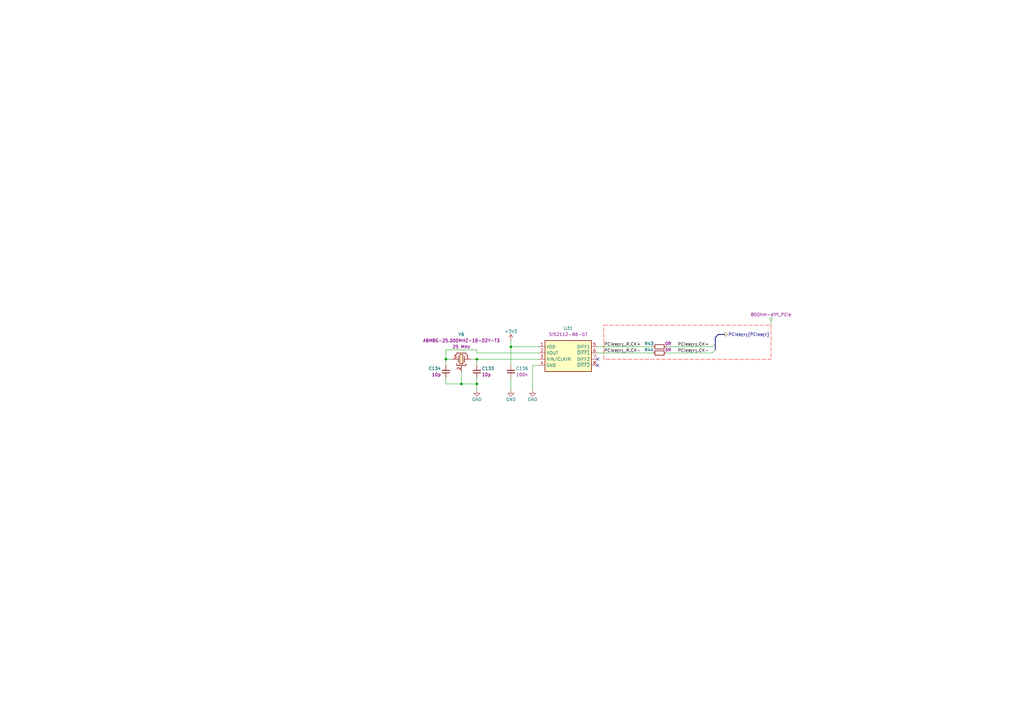
<source format=kicad_sch>
(kicad_sch (version 20250114) (generator "eeschema") (generator_version "9.0")
  (paper "A3")
  (title_block (title "OCuLink to PCIe adapter") (date "2025-06-18") (rev "1.0.0") (company "Antmicro Ltd") (comment 1 "www.antmicro.com"))
  (lib_symbols
    (symbol "antmicroCapacitors0402:C_100n_0402" (pin_numbers (hide yes)) (pin_names (hide yes))
      (property "Reference" "C" (at 20.32 -5.08 0))
      (property "Val" "100n" (at 20.32 -7.62 0))
      (symbol "C_100n_0402_0_1"
        (polyline (pts (xy 2.032 -1.524) (xy 2.032 1.524)) (stroke (width 0.3048)))
        (polyline (pts (xy 3.048 -1.524) (xy 3.048 1.524)) (stroke (width 0.3302)))
      )
      (symbol "C_100n_0402_1_1"
        (pin passive line (at 0 0 0) (length 2.032) (name "~") (number "1"))
        (pin passive line (at 5.08 0 180) (length 2.032) (name "~") (number "2"))
      )
    )
    (symbol "antmicroCapacitors0402:C_10p_25V_0402" (pin_numbers (hide yes)) (pin_names (hide yes))
      (property "Reference" "C" (at 20.32 -5.08 0))
      (property "Val" "10p" (at 20.32 -7.62 0))
      (symbol "C_10p_25V_0402_0_1"
        (polyline (pts (xy 2.032 -1.524) (xy 2.032 1.524)) (stroke (width 0.3048)))
        (polyline (pts (xy 3.048 -1.524) (xy 3.048 1.524)) (stroke (width 0.3302)))
      )
      (symbol "C_10p_25V_0402_1_1"
        (pin passive line (at 0 0 0) (length 2.032) (name "~") (number "1"))
        (pin passive line (at 5.08 0 180) (length 2.032) (name "~") (number "2"))
      )
    )
    (symbol "antmicroClockTimingClockGeneratorsPLLsFrequencySynthesizers:SI52112-B6-GT"
      (property "Reference" "U" (at 38.1 -2.54 0))
      (property "MPN" "SI52112-B6-GT" (at 38.1 -12.7 0))
      (symbol "SI52112-B6-GT_0_1"
        (rectangle (start 2.54 2.54) (end 21.59 -10.16) (stroke (width 0.254)) (fill (type background)))
      )
      (symbol "SI52112-B6-GT_1_1"
        (pin power_in line (at 0 0 0) (length 2.54) (name "VDD") (number "1"))
        (pin output line (at 0 -2.54 0) (length 2.54) (name "XOUT") (number "2"))
        (pin input line (at 0 -5.08 0) (length 2.54) (name "XIN/CLKIN") (number "3"))
        (pin power_in line (at 0 -7.62 0) (length 2.54) (name "GND") (number "4"))
        (pin output line (at 24.13 0 180) (length 2.54) (name "DIFF1") (number "5"))
        (pin output line (at 24.13 -2.54 180) (length 2.54) (name "~{DIFF1}") (number "6"))
        (pin output line (at 24.13 -5.08 180) (length 2.54) (name "DIFF2") (number "7"))
        (pin output line (at 24.13 -7.62 180) (length 2.54) (name "~{DIFF2}") (number "8"))
      )
    )
    (symbol "antmicroResistors0402:R_0R_0402" (pin_numbers (hide yes)) (pin_names (hide yes))
      (property "Reference" "R" (at 20.32 -5.08 0))
      (property "Val" "0R" (at 20.32 -7.62 0))
      (symbol "R_0R_0402_0_1"
        (rectangle (start 0.635 0.889) (end 4.445 -0.889) (stroke (width 0.254)))
      )
      (symbol "R_0R_0402_1_1"
        (pin passive line (at 0 0 0) (length 0.635) (name "~") (number "1"))
        (pin passive line (at 5.08 0 180) (length 0.635) (name "~") (number "2"))
      )
    )
    (symbol "antmicroResonators:Resonator_25MHz_ABM8G" (pin_names (hide yes))
      (property "Reference" "Y" (at 15.24 -5.08 0))
      (property "MPN" "ABM8G-25.000MHZ-18-D2Y-T3" (at 15.24 -7.62 0))
      (property "Val" "25 MHz" (at 15.24 -10.16 0))
      (symbol "Resonator_25MHz_ABM8G_1_1"
        (polyline (pts (xy 1.905 1.905) (xy 1.905 2.54) (xy 5.715 2.54) (xy 5.715 1.905)) (stroke (width 0.254)))
        (polyline (pts (xy 1.905 -1.905) (xy 1.905 -2.54) (xy 5.715 -2.54) (xy 5.715 -1.905)) (stroke (width 0.254)))
        (polyline (pts (xy 2.54 1.27) (xy 2.54 -1.27)) (stroke (width 0.254)) (fill (type background)))
        (rectangle (start 3.175 1.905) (end 4.445 -1.905) (stroke (width 0.254)) (fill (type background)))
        (polyline (pts (xy 5.08 1.27) (xy 5.08 -1.27)) (stroke (width 0.254)) (fill (type background)))
        (pin passive line (at 0 0 0) (length 2.54) (name "~") (number "1"))
        (pin passive line (at 3.81 -5.08 90) (length 2.54) (name "SH") (number "2"))
        (pin passive line (at 3.81 -5.08 90) (length 2.54) (hide yes) (name "SH") (number "4"))
        (pin passive line (at 7.62 0 180) (length 2.54) (name "~") (number "3"))
      )
    )
    (symbol "antmicropower:+12V" (power) (pin_names (offset 0))
      (property "Value" "+12V" (at 0 3.556 0))
      (symbol "+12V_0_1"
        (polyline (pts (xy -0.762 1.27) (xy 0 2.54)))
        (polyline (pts (xy 0 2.54) (xy 0.762 1.27)))
        (polyline (pts (xy 0 0) (xy 0 2.54)))
      )
      (symbol "+12V_1_1"
        (pin power_in line (at 0 0 90) (length 0) (hide yes) (name "+12V") (number "1"))
      )
    )
    (symbol "antmicropower:GND" (power) (pin_numbers (hide yes)) (pin_names (hide yes))
      (property "Value" "GND" (at 8.89 -5.08 0))
      (symbol "GND_1_1"
        (polyline (pts (xy 0 0) (xy 0 -1.27) (xy 1.27 -1.27) (xy 0 -2.54) (xy -1.27 -1.27) (xy 0 -1.27)))
        (pin power_in line (at 0 0 270) (length 0) (name "GND") (number "1"))
      )
    )
  )
  (junction (at 189.23 157.48))
  (junction (at 209.55 142.24))
  (junction (at 195.58 147.32))
  (junction (at 195.58 157.48))
  (junction (at 182.88 147.32))
  (no_connect (at 245.11 147.32))
  (no_connect (at 245.11 149.86))
  (bus_entry (at 292.1 142.24) (size 1.27 -1.27))
  (bus_entry (at 292.1 144.78) (size 1.27 -1.27))
  (wire (pts (xy 209.55 142.24) (xy 209.55 149.86)))
  (wire (pts (xy 182.88 143.51) (xy 182.88 147.32)))
  (wire (pts (xy 195.58 144.78) (xy 220.98 144.78)))
  (wire (pts (xy 189.23 157.48) (xy 195.58 157.48)))
  (wire (pts (xy 195.58 154.94) (xy 195.58 157.48)))
  (wire (pts (xy 185.42 147.32) (xy 182.88 147.32)))
  (wire (pts (xy 195.58 147.32) (xy 220.98 147.32)))
  (wire (pts (xy 209.55 154.94) (xy 209.55 160.02)))
  (wire (pts (xy 182.88 143.51) (xy 195.58 143.51)))
  (wire (pts (xy 218.44 149.86) (xy 218.44 160.02)))
  (wire (pts (xy 182.88 154.94) (xy 182.88 157.48)))
  (wire (pts (xy 209.55 139.7) (xy 209.55 142.24)))
  (wire (pts (xy 273.05 144.78) (xy 292.1 144.78)))
  (bus (pts (xy 293.37 143.51) (xy 293.37 140.97)))
  (wire (pts (xy 195.58 147.32) (xy 195.58 149.86)))
  (bus (pts (xy 293.37 138.43) (xy 294.64 137.16)))
  (wire (pts (xy 189.23 157.48) (xy 182.88 157.48)))
  (wire (pts (xy 193.04 147.32) (xy 195.58 147.32)))
  (wire (pts (xy 273.05 142.24) (xy 292.1 142.24)))
  (wire (pts (xy 195.58 143.51) (xy 195.58 144.78)))
  (wire (pts (xy 245.11 142.24) (xy 267.97 142.24)))
  (wire (pts (xy 218.44 149.86) (xy 220.98 149.86)))
  (wire (pts (xy 182.88 147.32) (xy 182.88 149.86)))
  (wire (pts (xy 209.55 142.24) (xy 220.98 142.24)))
  (wire (pts (xy 245.11 144.78) (xy 267.97 144.78)))
  (wire (pts (xy 195.58 157.48) (xy 195.58 160.02)))
  (wire (pts (xy 189.23 152.4) (xy 189.23 157.48)))
  (bus (pts (xy 293.37 140.97) (xy 293.37 138.43)))
  (bus (pts (xy 294.64 137.16) (xy 297.18 137.16)))
  (label "PCIe_{REF1}.CK-" (at 290.83 144.78 180))
  (label "PCIe_{REF1}.CK+" (at 290.83 142.24 180))
  (label "PCIe_{REF1}_R.CK+" (at 262.89 142.24 180))
  (label "PCIe_{REF1}_R.CK-" (at 262.89 144.78 180))
  (hierarchical_label "PCIe_{REF1}{PCIe_{REF}}" (shape output) (at 297.18 137.16 0))
  (rule_area (polyline (pts (xy 247.65 133.35) (xy 316.23 133.35) (xy 316.23 147.32) (xy 247.65 147.32)) (stroke (width 0) (type dash))))
  (netclass_flag "" (length 2.54) (shape round) (at 316.23 133.35 0) (property "Netclass" "85Ohm-diff_PCIe" (at 316.23 129.032 0)))
  (symbol (lib_id "antmicroCapacitors0402:C_10p_25V_0402") (at 195.58 154.94 90) (unit 1)
    (property "Reference" "C133" (at 197.612 151.13 90) (effects (justify right)))
    (property "Value" "C_10p_25V_0402" (effects (hide yes)))
    (property "Footprint" "antmicro-footprints:C_0402_1005Metric" (effects (hide yes)))
    (property "Datasheet" "https://spicat.kyocera-avx.com/product/mlcc/chartview/04023A100FAT2A/" (effects (hide yes)))
    (property "Description" "Multilayer Ceramic Capacitors MLCC - SMD/SMT 25V 10pF C0G 0402 1%" (effects (hide yes)))
    (property "MPN" "04023A100FAT2A" (effects (hide yes)))
    (property "Manufacturer" "KYOCERA AVX" (effects (hide yes)))
    (property "License" "Apache-2.0" (effects (hide yes)))
    (property "Author" "Antmicro" (effects (hide yes)))
    (property "Val" "10p" (at 197.612 153.67 90) (effects (justify right)))
    (property "Voltage" "25V" (effects (hide yes)))
    (property "Dielectric" "C0G" (effects (hide yes)))
  )
  (symbol (lib_id "antmicroResistors0402:R_0R_0402") (at 267.97 144.78 0) (unit 1)
    (property "Reference" "R44" (at 266.192 143.51 0))
    (property "Value" "R_0R_0402" (effects (hide yes)))
    (property "Footprint" "antmicro-footprints:R_0402_1005Metric" (effects (hide yes)))
    (property "Datasheet" "https://industrial.panasonic.com/cdbs/www-data/pdf/RDA0000/AOA0000C301.pdf" (effects (hide yes)))
    (property "Description" "SMD Chip Resistor, Jumper, 0 ohm, 100 mW, 0402 [1005 Metric], Thick Film, General Purpose" (effects (hide yes)))
    (property "MPN" "ERJ2GE0R00X" (effects (hide yes)))
    (property "Manufacturer" "Panasonic" (effects (hide yes)))
    (property "License" "Apache-2.0" (effects (hide yes)))
    (property "Author" "Antmicro" (effects (hide yes)))
    (property "Val" "0R" (at 274.066 143.51 0))
    (property "Current" "1A" (effects (hide yes)))
  )
  (symbol (lib_id "antmicropower:+12V") (at 209.55 139.7 0) (unit 1)
    (property "Reference" "#PWR0348" (effects (hide yes)))
    (property "Value" "+3V3" (at 209.55 135.89 0))
  )
  (symbol (lib_id "antmicroResonators:Resonator_25MHz_ABM8G") (at 193.04 147.32 0) (mirror y) (unit 1)
    (property "Reference" "Y6" (at 189.23 137.16 0))
    (property "Value" "Resonator_25MHz_ABM8G" (effects (hide yes)))
    (property "Footprint" "antmicro-footprints:Resonator_SMD_Abracon_ABM8G_3.2x2.5mm" (effects (hide yes)))
    (property "Datasheet" "https://abracon.com/Resonators/ABM8G.pdf" (effects (hide yes)))
    (property "Description" "Crystal, 25 MHz, SMD, 3.2mm x 2.5mm, 30 ppm, 18 pF, 20 ppm, ABM8G" (effects (hide yes)))
    (property "MPN" "ABM8G-25.000MHZ-18-D2Y-T3" (at 189.23 139.7 0))
    (property "Manufacturer" "Abracon" (effects (hide yes)))
    (property "Author" "Antmicro" (effects (hide yes)))
    (property "License" "Apache-2.0" (effects (hide yes)))
    (property "Val" "25 MHz" (at 189.23 142.24 0))
  )
  (symbol (lib_id "antmicropower:GND") (at 209.55 160.02 0) (unit 1)
    (property "Reference" "#PWR0359" (effects (hide yes)))
    (property "Value" "GND" (at 209.55 163.83 0))
    (property "Author" "Antmicro" (effects (hide yes)))
    (property "License" "Apache-2.0" (effects (hide yes)))
  )
  (symbol (lib_id "antmicroCapacitors0402:C_100n_0402") (at 209.55 154.94 90) (unit 1)
    (property "Reference" "C136" (at 211.582 151.13 90) (effects (justify right)))
    (property "Value" "C_100n_0402" (effects (hide yes)))
    (property "Footprint" "antmicro-footprints:C_0402_1005Metric" (effects (hide yes)))
    (property "Datasheet" "https://www.murata.com/products/productdetail?partno=GRM155R61H104KE14%23" (effects (hide yes)))
    (property "Description" "SMD Multilayer Ceramic Capacitor, 0.1 µF, 50 V, 0402 [1005 Metric], ± 10%, X5R, GRM Series" (effects (hide yes)))
    (property "MPN" "GRM155R61H104KE14D" (effects (hide yes)))
    (property "Manufacturer" "Murata" (effects (hide yes)))
    (property "License" "Apache-2.0" (effects (hide yes)))
    (property "Author" "Antmicro" (effects (hide yes)))
    (property "Val" "100n" (at 211.582 153.67 90) (effects (justify right)))
    (property "Voltage" "50V" (effects (hide yes)))
    (property "Dielectric" "X5R" (effects (hide yes)))
  )
  (symbol (lib_id "antmicroResistors0402:R_0R_0402") (at 267.97 142.24 0) (unit 1)
    (property "Reference" "R43" (at 266.192 140.97 0))
    (property "Value" "R_0R_0402" (effects (hide yes)))
    (property "Footprint" "antmicro-footprints:R_0402_1005Metric" (effects (hide yes)))
    (property "Datasheet" "https://industrial.panasonic.com/cdbs/www-data/pdf/RDA0000/AOA0000C301.pdf" (effects (hide yes)))
    (property "Description" "SMD Chip Resistor, Jumper, 0 ohm, 100 mW, 0402 [1005 Metric], Thick Film, General Purpose" (effects (hide yes)))
    (property "MPN" "ERJ2GE0R00X" (effects (hide yes)))
    (property "Manufacturer" "Panasonic" (effects (hide yes)))
    (property "License" "Apache-2.0" (effects (hide yes)))
    (property "Author" "Antmicro" (effects (hide yes)))
    (property "Val" "0R" (at 274.066 140.97 0))
    (property "Current" "1A" (effects (hide yes)))
  )
  (symbol (lib_id "antmicropower:GND") (at 218.44 160.02 0) (unit 1)
    (property "Reference" "#PWR0360" (effects (hide yes)))
    (property "Value" "GND" (at 218.44 163.83 0))
    (property "Author" "Antmicro" (effects (hide yes)))
    (property "License" "Apache-2.0" (effects (hide yes)))
  )
  (symbol (lib_id "antmicroCapacitors0402:C_10p_25V_0402") (at 182.88 154.94 270) (mirror x) (unit 1)
    (property "Reference" "C134" (at 180.848 151.13 90) (effects (justify right)))
    (property "Value" "C_10p_25V_0402" (effects (hide yes)))
    (property "Footprint" "antmicro-footprints:C_0402_1005Metric" (effects (hide yes)))
    (property "Datasheet" "https://spicat.kyocera-avx.com/product/mlcc/chartview/04023A100FAT2A/" (effects (hide yes)))
    (property "Description" "Multilayer Ceramic Capacitors MLCC - SMD/SMT 25V 10pF C0G 0402 1%" (effects (hide yes)))
    (property "MPN" "04023A100FAT2A" (effects (hide yes)))
    (property "Manufacturer" "KYOCERA AVX" (effects (hide yes)))
    (property "License" "Apache-2.0" (effects (hide yes)))
    (property "Author" "Antmicro" (effects (hide yes)))
    (property "Val" "10p" (at 180.848 153.67 90) (effects (justify right)))
    (property "Voltage" "25V" (effects (hide yes)))
    (property "Dielectric" "C0G" (effects (hide yes)))
  )
  (symbol (lib_id "antmicroClockTimingClockGeneratorsPLLsFrequencySynthesizers:SI52112-B6-GT") (at 220.98 142.24 0) (unit 1)
    (property "Reference" "U31" (at 233.045 134.62 0))
    (property "Value" "SI52112-B6-GT" (effects (hide yes)))
    (property "Footprint" "antmicro-footprints:TSSOP-8_3x4.4mm_P0.65mm" (effects (hide yes)))
    (property "Datasheet" "https://www.skyworksinc.com/-/media/Skyworks/SL/documents/public/data-sheets/Si52112-B5-B6.pdf" (effects (hide yes)))
    (property "Description" "Clock Generator, 100MHz, 2.97V to 3.63V, 2 Outputs, TSSOP-8" (effects (hide yes)))
    (property "MPN" "SI52112-B6-GT" (at 233.045 137.16 0))
    (property "Manufacturer" "Skyworks Solutions" (effects (hide yes)))
    (property "Author" "Antmicro" (effects (hide yes)))
    (property "License" "Apache-2.0" (effects (hide yes)))
  )
  (symbol (lib_id "antmicropower:GND") (at 195.58 160.02 0) (mirror y) (unit 1)
    (property "Reference" "#PWR0195" (effects (hide yes)))
    (property "Value" "GND" (at 195.58 163.83 0))
    (property "Author" "Antmicro" (effects (hide yes)))
    (property "License" "Apache-2.0" (effects (hide yes)))
  )
)
</source>
